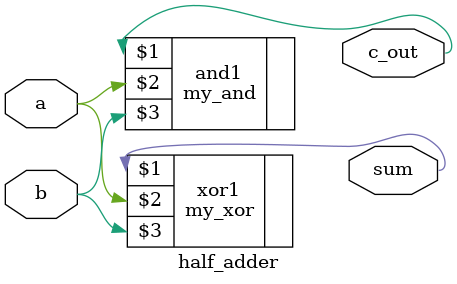
<source format=v>

module half_adder(output sum, c_out, input a, b);
	my_xor xor1 (sum, a, b);
	my_and and1 (c_out, a, b);
endmodule 
</source>
